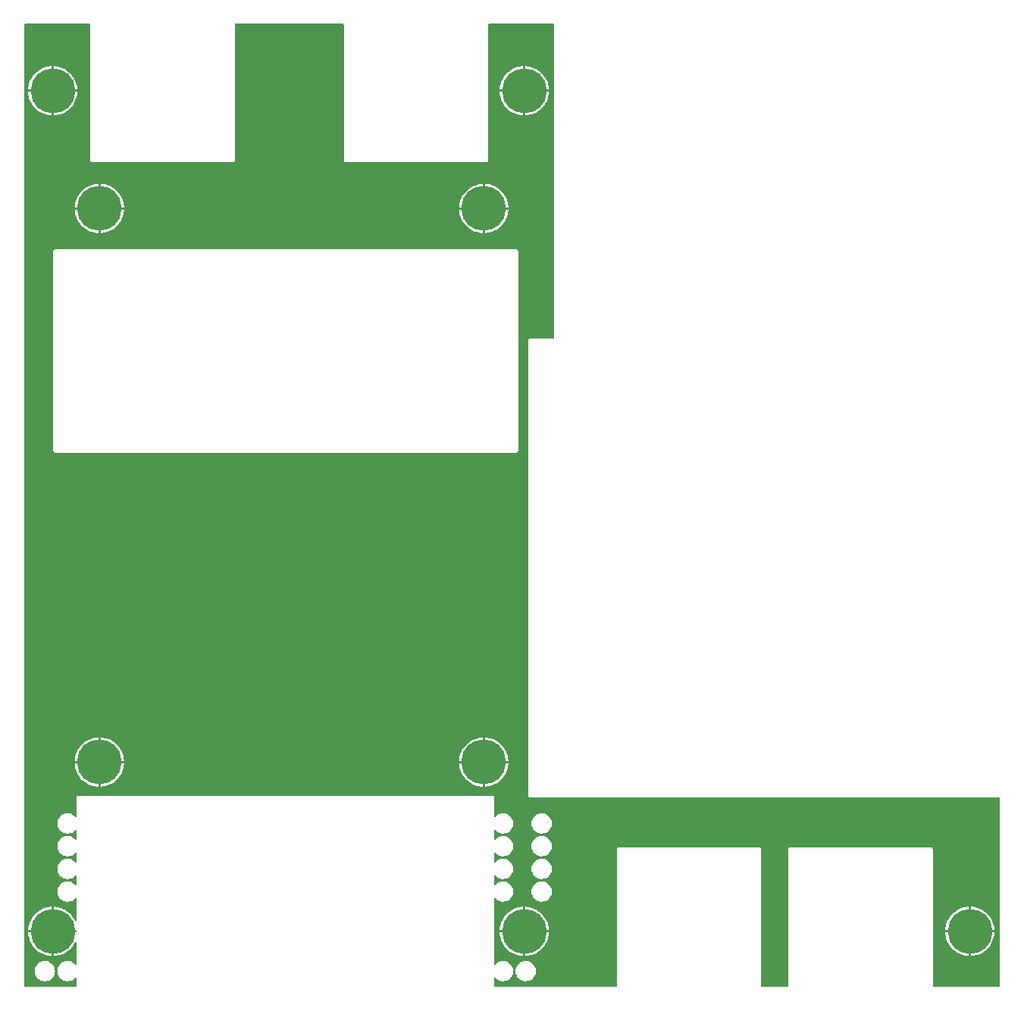
<source format=gtl>
G04 Layer: TopLayer*
G04 EasyEDA v6.5.29, 2023-07-16 15:11:24*
G04 187f5c6779fd422f98db1b48107103c3,5a6b42c53f6a479593ecc07194224c93,10*
G04 Gerber Generator version 0.2*
G04 Scale: 100 percent, Rotated: No, Reflected: No *
G04 Dimensions in millimeters *
G04 leading zeros omitted , absolute positions ,4 integer and 5 decimal *
%FSLAX45Y45*%
%MOMM*%

%ADD10C,5.0000*%

%LPD*%
G36*
X163068Y838708D02*
G01*
X159156Y839469D01*
X155905Y841705D01*
X153670Y844956D01*
X152908Y848868D01*
X152908Y11597132D01*
X153670Y11601043D01*
X155905Y11604294D01*
X159156Y11606530D01*
X163068Y11607292D01*
X878332Y11607292D01*
X882192Y11606530D01*
X885494Y11604294D01*
X887730Y11601043D01*
X888492Y11597132D01*
X888492Y10084358D01*
X889203Y10078008D01*
X891133Y10072573D01*
X894181Y10067645D01*
X898296Y10063581D01*
X903173Y10060482D01*
X908659Y10058603D01*
X914958Y10057892D01*
X2475941Y10057892D01*
X2482240Y10058603D01*
X2487726Y10060482D01*
X2492603Y10063581D01*
X2496718Y10067645D01*
X2499766Y10072573D01*
X2501696Y10078008D01*
X2502408Y10084358D01*
X2502408Y11597132D01*
X2503170Y11601043D01*
X2505405Y11604294D01*
X2508656Y11606530D01*
X2512568Y11607292D01*
X3710432Y11607292D01*
X3714292Y11606530D01*
X3717594Y11604294D01*
X3719829Y11601043D01*
X3720592Y11597132D01*
X3720592Y10084358D01*
X3721303Y10078008D01*
X3723182Y10072573D01*
X3726281Y10067645D01*
X3730396Y10063581D01*
X3735273Y10060482D01*
X3740759Y10058603D01*
X3747058Y10057892D01*
X5308041Y10057892D01*
X5314340Y10058603D01*
X5319826Y10060482D01*
X5324703Y10063581D01*
X5328818Y10067645D01*
X5331866Y10072573D01*
X5333796Y10078008D01*
X5334508Y10084358D01*
X5334508Y11597132D01*
X5335270Y11601043D01*
X5337454Y11604294D01*
X5340756Y11606530D01*
X5344668Y11607292D01*
X6059932Y11607292D01*
X6063843Y11606530D01*
X6067094Y11604294D01*
X6069330Y11601043D01*
X6070092Y11597132D01*
X6070092Y8100568D01*
X6069330Y8096656D01*
X6067094Y8093354D01*
X6063792Y8091170D01*
X6059932Y8090408D01*
X5804509Y8090408D01*
X5798007Y8089595D01*
X5792470Y8087512D01*
X5787339Y8083956D01*
X5784291Y8080908D01*
X5781649Y8077352D01*
X5779160Y8071815D01*
X5777992Y8064347D01*
X5777992Y2985109D01*
X5778804Y2978607D01*
X5780887Y2973070D01*
X5784443Y2967939D01*
X5787440Y2964891D01*
X5791047Y2962249D01*
X5796584Y2959760D01*
X5804052Y2958592D01*
X11038332Y2958592D01*
X11042243Y2957830D01*
X11045494Y2955594D01*
X11047730Y2952343D01*
X11048492Y2948432D01*
X11048492Y848868D01*
X11047730Y844956D01*
X11045494Y841705D01*
X11042243Y839469D01*
X11038332Y838708D01*
X10311282Y838708D01*
X10307370Y839469D01*
X10304068Y841705D01*
X10301884Y844956D01*
X10301122Y848868D01*
X10301122Y2375052D01*
X10300360Y2381351D01*
X10298480Y2386838D01*
X10295382Y2391714D01*
X10291318Y2395829D01*
X10286390Y2398877D01*
X10280954Y2400808D01*
X10274604Y2401519D01*
X8713673Y2401519D01*
X8707323Y2400808D01*
X8701887Y2398877D01*
X8696960Y2395829D01*
X8692896Y2391714D01*
X8689797Y2386838D01*
X8687917Y2381351D01*
X8687206Y2375052D01*
X8687206Y848868D01*
X8686393Y844956D01*
X8684209Y841705D01*
X8680907Y839469D01*
X8677046Y838708D01*
X8393582Y838708D01*
X8389670Y839469D01*
X8386368Y841705D01*
X8384184Y844956D01*
X8383422Y848868D01*
X8383422Y2375052D01*
X8382660Y2381351D01*
X8380780Y2386838D01*
X8377681Y2391714D01*
X8373618Y2395829D01*
X8368690Y2398877D01*
X8363254Y2400808D01*
X8356904Y2401519D01*
X6795973Y2401519D01*
X6789623Y2400808D01*
X6784187Y2398877D01*
X6779259Y2395829D01*
X6775196Y2391714D01*
X6772097Y2386838D01*
X6770217Y2381351D01*
X6769506Y2375052D01*
X6769506Y848868D01*
X6768693Y844956D01*
X6766509Y841705D01*
X6763207Y839469D01*
X6759346Y838708D01*
X5407660Y838708D01*
X5403748Y839469D01*
X5400446Y841705D01*
X5398262Y844956D01*
X5397500Y848868D01*
X5397500Y933145D01*
X5398262Y937056D01*
X5400497Y940409D01*
X5403850Y942594D01*
X5407761Y943305D01*
X5411673Y942492D01*
X5414924Y940257D01*
X5422849Y932078D01*
X5434228Y922985D01*
X5446623Y915466D01*
X5459933Y909574D01*
X5473852Y905459D01*
X5488228Y903122D01*
X5502706Y902665D01*
X5517184Y904087D01*
X5531358Y907287D01*
X5544972Y912317D01*
X5557875Y919022D01*
X5569813Y927353D01*
X5580532Y937107D01*
X5589981Y948182D01*
X5597906Y960374D01*
X5604205Y973429D01*
X5608777Y987247D01*
X5611571Y1001521D01*
X5612485Y1016000D01*
X5611571Y1030478D01*
X5608777Y1044752D01*
X5604205Y1058570D01*
X5597906Y1071626D01*
X5589981Y1083818D01*
X5580532Y1094892D01*
X5569813Y1104646D01*
X5557875Y1112977D01*
X5544972Y1119682D01*
X5531358Y1124712D01*
X5517184Y1127912D01*
X5502706Y1129334D01*
X5488228Y1128877D01*
X5473852Y1126540D01*
X5459933Y1122426D01*
X5446623Y1116533D01*
X5434228Y1109014D01*
X5422849Y1099921D01*
X5414924Y1091742D01*
X5411673Y1089507D01*
X5407761Y1088694D01*
X5403850Y1089406D01*
X5400497Y1091590D01*
X5398262Y1094892D01*
X5397500Y1098854D01*
X5397500Y1822145D01*
X5398262Y1826056D01*
X5400497Y1829409D01*
X5403850Y1831593D01*
X5407761Y1832305D01*
X5411673Y1831492D01*
X5414924Y1829206D01*
X5422849Y1821078D01*
X5434228Y1811985D01*
X5446623Y1804466D01*
X5459933Y1798574D01*
X5473852Y1794459D01*
X5488228Y1792122D01*
X5502706Y1791665D01*
X5517184Y1793036D01*
X5531358Y1796288D01*
X5544972Y1801317D01*
X5557875Y1808022D01*
X5569813Y1816354D01*
X5580532Y1826107D01*
X5589981Y1837182D01*
X5597906Y1849374D01*
X5604205Y1862429D01*
X5608777Y1876247D01*
X5611571Y1890471D01*
X5612485Y1905000D01*
X5611571Y1919478D01*
X5608777Y1933752D01*
X5604205Y1947570D01*
X5597906Y1960625D01*
X5589981Y1972818D01*
X5580532Y1983892D01*
X5569813Y1993646D01*
X5557875Y2001977D01*
X5544972Y2008682D01*
X5531358Y2013712D01*
X5517184Y2016912D01*
X5502706Y2018334D01*
X5488228Y2017877D01*
X5473852Y2015540D01*
X5459933Y2011425D01*
X5446623Y2005533D01*
X5434228Y1998014D01*
X5422849Y1988921D01*
X5414924Y1980742D01*
X5411673Y1978507D01*
X5407761Y1977643D01*
X5403850Y1978406D01*
X5400497Y1980590D01*
X5398262Y1983892D01*
X5397500Y1987804D01*
X5397500Y2076145D01*
X5398262Y2080056D01*
X5400497Y2083409D01*
X5403850Y2085593D01*
X5407761Y2086305D01*
X5411673Y2085492D01*
X5414924Y2083206D01*
X5422849Y2075078D01*
X5434228Y2065985D01*
X5446623Y2058466D01*
X5459933Y2052574D01*
X5473852Y2048459D01*
X5488228Y2046122D01*
X5502706Y2045665D01*
X5517184Y2047036D01*
X5531358Y2050288D01*
X5544972Y2055317D01*
X5557875Y2062022D01*
X5569813Y2070354D01*
X5580532Y2080107D01*
X5589981Y2091182D01*
X5597906Y2103374D01*
X5604205Y2116429D01*
X5608777Y2130247D01*
X5611571Y2144471D01*
X5612485Y2159000D01*
X5611571Y2173478D01*
X5608777Y2187752D01*
X5604205Y2201570D01*
X5597906Y2214626D01*
X5589981Y2226818D01*
X5580532Y2237892D01*
X5569813Y2247646D01*
X5557875Y2255977D01*
X5544972Y2262682D01*
X5531358Y2267712D01*
X5517184Y2270912D01*
X5502706Y2272334D01*
X5488228Y2271877D01*
X5473852Y2269540D01*
X5459933Y2265426D01*
X5446623Y2259533D01*
X5434228Y2252014D01*
X5422849Y2242921D01*
X5414924Y2234742D01*
X5411673Y2232507D01*
X5407761Y2231644D01*
X5403850Y2232406D01*
X5400497Y2234590D01*
X5398262Y2237892D01*
X5397500Y2241804D01*
X5397500Y2330145D01*
X5398262Y2334056D01*
X5400497Y2337409D01*
X5403850Y2339594D01*
X5407761Y2340305D01*
X5411673Y2339492D01*
X5414924Y2337206D01*
X5422849Y2329078D01*
X5434228Y2319985D01*
X5446623Y2312466D01*
X5459933Y2306574D01*
X5473852Y2302459D01*
X5488228Y2300122D01*
X5502706Y2299665D01*
X5517184Y2301036D01*
X5531358Y2304288D01*
X5544972Y2309317D01*
X5557875Y2316022D01*
X5569813Y2324354D01*
X5580532Y2334107D01*
X5589981Y2345182D01*
X5597906Y2357374D01*
X5604205Y2370429D01*
X5608777Y2384247D01*
X5611571Y2398471D01*
X5612485Y2413000D01*
X5611571Y2427478D01*
X5608777Y2441752D01*
X5604205Y2455570D01*
X5597906Y2468626D01*
X5589981Y2480818D01*
X5580532Y2491892D01*
X5569813Y2501646D01*
X5557875Y2509977D01*
X5544972Y2516682D01*
X5531358Y2521712D01*
X5517184Y2524912D01*
X5502706Y2526334D01*
X5488228Y2525877D01*
X5473852Y2523540D01*
X5459933Y2519426D01*
X5446623Y2513533D01*
X5434228Y2506014D01*
X5422849Y2496921D01*
X5414924Y2488742D01*
X5411673Y2486507D01*
X5407761Y2485644D01*
X5403850Y2486406D01*
X5400497Y2488590D01*
X5398262Y2491892D01*
X5397500Y2495804D01*
X5397500Y2584145D01*
X5398262Y2588056D01*
X5400497Y2591409D01*
X5403850Y2593594D01*
X5407761Y2594305D01*
X5411673Y2593492D01*
X5414924Y2591206D01*
X5422849Y2583078D01*
X5434228Y2573985D01*
X5446623Y2566466D01*
X5459933Y2560574D01*
X5473852Y2556459D01*
X5488228Y2554122D01*
X5502706Y2553665D01*
X5517184Y2555036D01*
X5531358Y2558288D01*
X5544972Y2563317D01*
X5557875Y2570022D01*
X5569813Y2578354D01*
X5580532Y2588107D01*
X5589981Y2599182D01*
X5597906Y2611374D01*
X5604205Y2624429D01*
X5608777Y2638247D01*
X5611571Y2652471D01*
X5612485Y2667000D01*
X5611571Y2681478D01*
X5608777Y2695752D01*
X5604205Y2709570D01*
X5597906Y2722626D01*
X5589981Y2734818D01*
X5580532Y2745892D01*
X5569813Y2755646D01*
X5557875Y2763977D01*
X5544972Y2770682D01*
X5531358Y2775712D01*
X5517184Y2778912D01*
X5502706Y2780334D01*
X5488228Y2779877D01*
X5473852Y2777540D01*
X5459933Y2773426D01*
X5446623Y2767533D01*
X5434228Y2760014D01*
X5422849Y2750921D01*
X5414924Y2742742D01*
X5411673Y2740507D01*
X5407761Y2739644D01*
X5403850Y2740406D01*
X5400497Y2742590D01*
X5398262Y2745892D01*
X5397500Y2749804D01*
X5397500Y2970784D01*
X5396484Y2971800D01*
X737616Y2971800D01*
X736600Y2970784D01*
X736600Y2749854D01*
X735787Y2745841D01*
X733450Y2742438D01*
X729945Y2740304D01*
X725881Y2739694D01*
X721918Y2740710D01*
X718718Y2743250D01*
X716483Y2745892D01*
X705713Y2755646D01*
X693775Y2763977D01*
X680923Y2770682D01*
X667258Y2775712D01*
X653084Y2778912D01*
X638657Y2780334D01*
X624128Y2779877D01*
X609803Y2777540D01*
X595833Y2773426D01*
X582574Y2767533D01*
X570128Y2760014D01*
X558800Y2750921D01*
X548690Y2740507D01*
X540004Y2728874D01*
X532841Y2716174D01*
X527405Y2702712D01*
X523697Y2688691D01*
X521868Y2674264D01*
X521868Y2659735D01*
X523697Y2645308D01*
X527405Y2631287D01*
X532841Y2617774D01*
X540004Y2605125D01*
X548690Y2593492D01*
X558800Y2583078D01*
X570128Y2573985D01*
X582574Y2566466D01*
X595833Y2560574D01*
X609803Y2556459D01*
X624128Y2554122D01*
X638657Y2553665D01*
X653084Y2555036D01*
X667258Y2558288D01*
X680923Y2563317D01*
X693775Y2570022D01*
X705713Y2578354D01*
X716483Y2588107D01*
X718718Y2590749D01*
X721918Y2593238D01*
X725881Y2594305D01*
X729945Y2593695D01*
X733450Y2591511D01*
X735787Y2588158D01*
X736600Y2584145D01*
X736600Y2495854D01*
X735787Y2491841D01*
X733450Y2488438D01*
X729945Y2486304D01*
X725881Y2485694D01*
X721918Y2486710D01*
X718718Y2489250D01*
X716483Y2491892D01*
X705713Y2501646D01*
X693775Y2509977D01*
X680923Y2516682D01*
X667258Y2521712D01*
X653084Y2524912D01*
X638657Y2526334D01*
X624128Y2525877D01*
X609803Y2523540D01*
X595833Y2519426D01*
X582574Y2513533D01*
X570128Y2506014D01*
X558800Y2496921D01*
X548690Y2486507D01*
X540004Y2474874D01*
X532841Y2462174D01*
X527405Y2448712D01*
X523697Y2434691D01*
X521868Y2420264D01*
X521868Y2405735D01*
X523697Y2391308D01*
X527405Y2377287D01*
X532841Y2363774D01*
X540004Y2351125D01*
X548690Y2339492D01*
X558800Y2329078D01*
X570128Y2319985D01*
X582574Y2312466D01*
X595833Y2306574D01*
X609803Y2302459D01*
X624128Y2300122D01*
X638657Y2299665D01*
X653084Y2301036D01*
X667258Y2304288D01*
X680923Y2309317D01*
X693775Y2316022D01*
X705713Y2324354D01*
X716483Y2334107D01*
X718718Y2336749D01*
X721918Y2339238D01*
X725881Y2340305D01*
X729945Y2339695D01*
X733450Y2337511D01*
X735787Y2334158D01*
X736600Y2330145D01*
X736600Y2241854D01*
X735787Y2237841D01*
X733450Y2234438D01*
X729945Y2232304D01*
X725881Y2231694D01*
X721918Y2232710D01*
X718718Y2235250D01*
X716483Y2237892D01*
X705713Y2247646D01*
X693775Y2255977D01*
X680923Y2262682D01*
X667258Y2267712D01*
X653084Y2270912D01*
X638657Y2272334D01*
X624128Y2271877D01*
X609803Y2269540D01*
X595833Y2265426D01*
X582574Y2259533D01*
X570128Y2252014D01*
X558800Y2242921D01*
X548690Y2232507D01*
X540004Y2220874D01*
X532841Y2208174D01*
X527405Y2194712D01*
X523697Y2180691D01*
X521868Y2166264D01*
X521868Y2151735D01*
X523697Y2137308D01*
X527405Y2123287D01*
X532841Y2109774D01*
X540004Y2097125D01*
X548690Y2085492D01*
X558800Y2075078D01*
X570128Y2065985D01*
X582574Y2058466D01*
X595833Y2052574D01*
X609803Y2048459D01*
X624128Y2046122D01*
X638657Y2045665D01*
X653084Y2047036D01*
X667258Y2050288D01*
X680923Y2055317D01*
X693775Y2062022D01*
X705713Y2070354D01*
X716483Y2080107D01*
X718718Y2082749D01*
X721918Y2085238D01*
X725881Y2086305D01*
X729945Y2085695D01*
X733450Y2083511D01*
X735787Y2080158D01*
X736600Y2076145D01*
X736600Y1987854D01*
X735787Y1983841D01*
X733450Y1980438D01*
X729945Y1978304D01*
X725881Y1977694D01*
X721918Y1978710D01*
X718718Y1981250D01*
X716483Y1983892D01*
X705713Y1993646D01*
X693775Y2001977D01*
X680923Y2008682D01*
X667258Y2013712D01*
X653084Y2016912D01*
X638657Y2018334D01*
X624128Y2017877D01*
X609803Y2015540D01*
X595833Y2011425D01*
X582574Y2005533D01*
X570128Y1998014D01*
X558800Y1988921D01*
X548690Y1978507D01*
X540004Y1966874D01*
X532841Y1954174D01*
X527405Y1940712D01*
X523697Y1926691D01*
X521868Y1912264D01*
X521868Y1897735D01*
X523697Y1883308D01*
X527405Y1869287D01*
X532841Y1855774D01*
X540004Y1843125D01*
X548690Y1831492D01*
X558800Y1821078D01*
X570128Y1811985D01*
X582574Y1804466D01*
X595833Y1798574D01*
X609803Y1794459D01*
X624128Y1792122D01*
X638657Y1791665D01*
X653084Y1793036D01*
X667258Y1796288D01*
X680923Y1801317D01*
X693775Y1808022D01*
X705713Y1816354D01*
X716483Y1826107D01*
X718718Y1828749D01*
X721918Y1831238D01*
X725881Y1832305D01*
X729945Y1831695D01*
X733450Y1829511D01*
X735787Y1826158D01*
X736600Y1822145D01*
X736600Y1589278D01*
X735584Y1584858D01*
X732790Y1581353D01*
X728776Y1579372D01*
X724255Y1579321D01*
X720191Y1581251D01*
X717346Y1584756D01*
X713028Y1593443D01*
X701040Y1613204D01*
X687476Y1631899D01*
X672388Y1649374D01*
X655878Y1665528D01*
X638048Y1680260D01*
X619099Y1693468D01*
X599084Y1705000D01*
X578154Y1714855D01*
X556514Y1722882D01*
X534263Y1729130D01*
X511556Y1733448D01*
X488594Y1735886D01*
X483971Y1735937D01*
X483971Y1473200D01*
X726440Y1473200D01*
X730300Y1472438D01*
X733602Y1470253D01*
X735838Y1466951D01*
X736600Y1463040D01*
X736600Y1457960D01*
X735838Y1454099D01*
X733602Y1450797D01*
X730300Y1448562D01*
X726440Y1447800D01*
X483971Y1447800D01*
X483971Y1185062D01*
X488594Y1185164D01*
X511556Y1187551D01*
X534263Y1191920D01*
X556514Y1198118D01*
X578154Y1206144D01*
X599084Y1215999D01*
X619099Y1227582D01*
X638048Y1240739D01*
X655878Y1255471D01*
X672388Y1271625D01*
X687476Y1289151D01*
X701040Y1307846D01*
X713028Y1327607D01*
X717346Y1336294D01*
X720191Y1339748D01*
X724255Y1341678D01*
X728776Y1341628D01*
X732790Y1339646D01*
X735584Y1336141D01*
X736600Y1331772D01*
X736600Y1098854D01*
X735787Y1094841D01*
X733450Y1091488D01*
X729945Y1089304D01*
X725881Y1088694D01*
X721918Y1089710D01*
X718718Y1092250D01*
X716483Y1094892D01*
X705713Y1104646D01*
X693775Y1112977D01*
X680923Y1119682D01*
X667258Y1124712D01*
X653084Y1127912D01*
X638657Y1129334D01*
X624128Y1128877D01*
X609803Y1126540D01*
X595833Y1122426D01*
X582574Y1116533D01*
X570128Y1109014D01*
X558800Y1099921D01*
X548690Y1089507D01*
X540004Y1077874D01*
X532841Y1065174D01*
X527405Y1051712D01*
X523697Y1037691D01*
X521868Y1023264D01*
X521868Y1008735D01*
X523697Y994308D01*
X527405Y980287D01*
X532841Y966825D01*
X540004Y954125D01*
X548690Y942492D01*
X558800Y932078D01*
X570128Y922985D01*
X582574Y915466D01*
X595833Y909574D01*
X609803Y905459D01*
X624128Y903122D01*
X638657Y902665D01*
X653084Y904087D01*
X667258Y907287D01*
X680923Y912317D01*
X693775Y919022D01*
X705713Y927353D01*
X716483Y937107D01*
X718718Y939749D01*
X721918Y942238D01*
X725881Y943305D01*
X729945Y942695D01*
X733450Y940511D01*
X735787Y937158D01*
X736600Y933145D01*
X736600Y848868D01*
X735838Y844956D01*
X733602Y841705D01*
X730300Y839469D01*
X726440Y838708D01*
G37*

%LPC*%
G36*
X194360Y10871200D02*
G01*
X457200Y10871200D01*
X457200Y11133886D01*
X441045Y11132870D01*
X418185Y11129518D01*
X395681Y11124234D01*
X373735Y11117072D01*
X352450Y11108131D01*
X331927Y11097412D01*
X312420Y11085068D01*
X294030Y11071098D01*
X276860Y11055604D01*
X261061Y11038789D01*
X246684Y11020653D01*
X233883Y11001400D01*
X222758Y10981182D01*
X213360Y10960049D01*
X205790Y10938256D01*
X200050Y10915853D01*
X196189Y10893094D01*
G37*
G36*
X5461609Y10871200D02*
G01*
X5724499Y10871200D01*
X5724499Y11133886D01*
X5708345Y11132870D01*
X5685485Y11129518D01*
X5662980Y11124234D01*
X5641035Y11117072D01*
X5619699Y11108131D01*
X5599226Y11097412D01*
X5579719Y11085068D01*
X5561330Y11071098D01*
X5544159Y11055604D01*
X5528360Y11038789D01*
X5513984Y11020653D01*
X5501182Y11001400D01*
X5490057Y10981182D01*
X5480659Y10960049D01*
X5473090Y10938256D01*
X5467350Y10915853D01*
X5463489Y10893094D01*
G37*
G36*
X5749899Y10871200D02*
G01*
X6012535Y10871200D01*
X6012129Y10881563D01*
X6009233Y10904524D01*
X6004407Y10927130D01*
X5997752Y10949228D01*
X5989218Y10970717D01*
X5978956Y10991392D01*
X5967018Y11011204D01*
X5953404Y11029848D01*
X5938316Y11047374D01*
X5921806Y11063528D01*
X5904026Y11078260D01*
X5885027Y11091468D01*
X5865012Y11103000D01*
X5844133Y11112855D01*
X5822442Y11120882D01*
X5800191Y11127130D01*
X5777484Y11131448D01*
X5754522Y11133836D01*
X5749899Y11133937D01*
G37*
G36*
X384657Y902665D02*
G01*
X399084Y904087D01*
X413258Y907287D01*
X426923Y912317D01*
X439775Y919022D01*
X451713Y927353D01*
X462483Y937107D01*
X471881Y948182D01*
X479806Y960374D01*
X486105Y973429D01*
X490677Y987247D01*
X493471Y1001521D01*
X494385Y1016000D01*
X493471Y1030478D01*
X490677Y1044752D01*
X486105Y1058570D01*
X479806Y1071626D01*
X471881Y1083818D01*
X462483Y1094892D01*
X451713Y1104646D01*
X439775Y1112977D01*
X426923Y1119682D01*
X413258Y1124712D01*
X399084Y1127912D01*
X384657Y1129334D01*
X370128Y1128877D01*
X355803Y1126540D01*
X341833Y1122426D01*
X328574Y1116533D01*
X316128Y1109014D01*
X304800Y1099921D01*
X294690Y1089507D01*
X286004Y1077874D01*
X278841Y1065174D01*
X273405Y1051712D01*
X269697Y1037691D01*
X267868Y1023264D01*
X267868Y1008735D01*
X269697Y994308D01*
X273405Y980287D01*
X278841Y966825D01*
X286004Y954125D01*
X294690Y942492D01*
X304800Y932078D01*
X316128Y922985D01*
X328574Y915466D01*
X341833Y909574D01*
X355803Y905459D01*
X370128Y903122D01*
G37*
G36*
X5756706Y902665D02*
G01*
X5771184Y904087D01*
X5785358Y907287D01*
X5798972Y912317D01*
X5811875Y919022D01*
X5823813Y927353D01*
X5834532Y937107D01*
X5843981Y948182D01*
X5851906Y960374D01*
X5858205Y973429D01*
X5862777Y987247D01*
X5865571Y1001521D01*
X5866485Y1016000D01*
X5865571Y1030478D01*
X5862777Y1044752D01*
X5858205Y1058570D01*
X5851906Y1071626D01*
X5843981Y1083818D01*
X5834532Y1094892D01*
X5823813Y1104646D01*
X5811875Y1112977D01*
X5798972Y1119682D01*
X5785358Y1124712D01*
X5771184Y1127912D01*
X5756706Y1129334D01*
X5742228Y1128877D01*
X5727852Y1126540D01*
X5713933Y1122426D01*
X5700623Y1116533D01*
X5688228Y1109014D01*
X5676849Y1099921D01*
X5666740Y1089507D01*
X5658053Y1077874D01*
X5650941Y1065174D01*
X5645505Y1051712D01*
X5641797Y1037691D01*
X5639917Y1023264D01*
X5639917Y1008735D01*
X5641797Y994308D01*
X5645505Y980287D01*
X5650941Y966825D01*
X5658053Y954125D01*
X5666740Y942492D01*
X5676849Y932078D01*
X5688228Y922985D01*
X5700623Y915466D01*
X5713933Y909574D01*
X5727852Y905459D01*
X5742228Y903122D01*
G37*
G36*
X482600Y10871200D02*
G01*
X745286Y10871200D01*
X744829Y10881563D01*
X741934Y10904524D01*
X737108Y10927130D01*
X730453Y10949228D01*
X721969Y10970717D01*
X711657Y10991392D01*
X699719Y11011204D01*
X686104Y11029848D01*
X671017Y11047374D01*
X654507Y11063528D01*
X636727Y11078260D01*
X617728Y11091468D01*
X597712Y11103000D01*
X576834Y11112855D01*
X555142Y11120882D01*
X532892Y11127130D01*
X510184Y11131448D01*
X487222Y11133836D01*
X482600Y11133937D01*
G37*
G36*
X457200Y10583113D02*
G01*
X457200Y10845800D01*
X194360Y10845800D01*
X196189Y10823905D01*
X200050Y10801146D01*
X205790Y10778744D01*
X213360Y10756950D01*
X222758Y10735818D01*
X233883Y10715599D01*
X246684Y10696346D01*
X261061Y10678210D01*
X276860Y10661396D01*
X294030Y10645902D01*
X312420Y10631932D01*
X331927Y10619587D01*
X352450Y10608868D01*
X373735Y10599928D01*
X395681Y10592765D01*
X418185Y10587482D01*
X441045Y10584129D01*
G37*
G36*
X5724499Y10583113D02*
G01*
X5724499Y10845800D01*
X5461609Y10845800D01*
X5463489Y10823905D01*
X5467350Y10801146D01*
X5473090Y10778744D01*
X5480659Y10756950D01*
X5490057Y10735818D01*
X5501182Y10715599D01*
X5513984Y10696346D01*
X5528360Y10678210D01*
X5544159Y10661396D01*
X5561330Y10645902D01*
X5579719Y10631932D01*
X5599226Y10619587D01*
X5619699Y10608868D01*
X5641035Y10599928D01*
X5662980Y10592765D01*
X5685485Y10587482D01*
X5708345Y10584129D01*
G37*
G36*
X482600Y10583062D02*
G01*
X487222Y10583164D01*
X510184Y10585551D01*
X532892Y10589869D01*
X555142Y10596118D01*
X576834Y10604144D01*
X597712Y10613999D01*
X617728Y10625531D01*
X636727Y10638739D01*
X654507Y10653471D01*
X671017Y10669625D01*
X686104Y10687100D01*
X699719Y10705795D01*
X711657Y10725607D01*
X721969Y10746282D01*
X730453Y10767771D01*
X737108Y10789869D01*
X741934Y10812475D01*
X744829Y10835436D01*
X745286Y10845800D01*
X482600Y10845800D01*
G37*
G36*
X5749899Y1185062D02*
G01*
X5754522Y1185164D01*
X5777484Y1187551D01*
X5800191Y1191920D01*
X5822442Y1198118D01*
X5844133Y1206144D01*
X5865012Y1215999D01*
X5885027Y1227582D01*
X5904026Y1240739D01*
X5921806Y1255471D01*
X5938316Y1271625D01*
X5953404Y1289151D01*
X5967018Y1307846D01*
X5978956Y1327607D01*
X5989218Y1348282D01*
X5997752Y1369771D01*
X6004407Y1391920D01*
X6009233Y1414475D01*
X6012129Y1437436D01*
X6012535Y1447800D01*
X5749899Y1447800D01*
G37*
G36*
X5749899Y10583062D02*
G01*
X5754522Y10583164D01*
X5777484Y10585551D01*
X5800191Y10589869D01*
X5822442Y10596118D01*
X5844133Y10604144D01*
X5865012Y10613999D01*
X5885027Y10625531D01*
X5904026Y10638739D01*
X5921806Y10653471D01*
X5938316Y10669625D01*
X5953404Y10687100D01*
X5967018Y10705795D01*
X5978956Y10725607D01*
X5989218Y10746282D01*
X5997752Y10767771D01*
X6004407Y10789869D01*
X6009233Y10812475D01*
X6012129Y10835436D01*
X6012535Y10845800D01*
X5749899Y10845800D01*
G37*
G36*
X5724499Y1185113D02*
G01*
X5724499Y1447800D01*
X5461609Y1447800D01*
X5463489Y1425956D01*
X5467350Y1403146D01*
X5473090Y1380744D01*
X5480659Y1358950D01*
X5490057Y1337818D01*
X5501182Y1317599D01*
X5513984Y1298346D01*
X5528360Y1280210D01*
X5544159Y1263396D01*
X5561330Y1247902D01*
X5579719Y1233932D01*
X5599226Y1221587D01*
X5619699Y1210868D01*
X5641035Y1201928D01*
X5662980Y1194765D01*
X5685485Y1189482D01*
X5708345Y1186129D01*
G37*
G36*
X458571Y1185113D02*
G01*
X458571Y1447800D01*
X195681Y1447800D01*
X197561Y1425956D01*
X201371Y1403146D01*
X207111Y1380744D01*
X214731Y1358950D01*
X224129Y1337818D01*
X235254Y1317599D01*
X248056Y1298346D01*
X262382Y1280210D01*
X278231Y1263396D01*
X295402Y1247902D01*
X313791Y1233932D01*
X333298Y1221587D01*
X353771Y1210868D01*
X375107Y1201928D01*
X397052Y1194765D01*
X419557Y1189482D01*
X442417Y1186129D01*
G37*
G36*
X10727588Y1185773D02*
G01*
X10732211Y1185875D01*
X10755172Y1188262D01*
X10777880Y1192580D01*
X10800130Y1198829D01*
X10821822Y1206855D01*
X10842701Y1216710D01*
X10862716Y1228242D01*
X10881715Y1241450D01*
X10899495Y1256182D01*
X10916005Y1272336D01*
X10931093Y1289862D01*
X10944707Y1308557D01*
X10956645Y1328318D01*
X10966958Y1348994D01*
X10975441Y1370482D01*
X10982147Y1392580D01*
X10986922Y1415186D01*
X10989818Y1438148D01*
X10990275Y1448511D01*
X10727588Y1448511D01*
G37*
G36*
X10702188Y1185824D02*
G01*
X10702188Y1448511D01*
X10439349Y1448511D01*
X10441178Y1426616D01*
X10445038Y1403858D01*
X10450779Y1381455D01*
X10458348Y1359662D01*
X10467746Y1338529D01*
X10478922Y1318310D01*
X10491673Y1299057D01*
X10506049Y1280922D01*
X10521848Y1264107D01*
X10539018Y1248613D01*
X10557459Y1234643D01*
X10576966Y1222298D01*
X10597438Y1211580D01*
X10618724Y1202639D01*
X10640720Y1195476D01*
X10663174Y1190193D01*
X10686034Y1186840D01*
G37*
G36*
X5749899Y1473200D02*
G01*
X6012535Y1473200D01*
X6012129Y1483614D01*
X6009233Y1506524D01*
X6004407Y1529130D01*
X5997752Y1551228D01*
X5989218Y1572717D01*
X5978956Y1593443D01*
X5967018Y1613204D01*
X5953404Y1631899D01*
X5938316Y1649374D01*
X5921806Y1665528D01*
X5904026Y1680260D01*
X5885027Y1693468D01*
X5865012Y1705000D01*
X5844133Y1714855D01*
X5822442Y1722882D01*
X5800191Y1729130D01*
X5777484Y1733448D01*
X5754522Y1735886D01*
X5749899Y1735937D01*
G37*
G36*
X5461609Y1473200D02*
G01*
X5724499Y1473200D01*
X5724499Y1735937D01*
X5708345Y1734921D01*
X5685485Y1731518D01*
X5662980Y1726234D01*
X5641035Y1719122D01*
X5619699Y1710131D01*
X5599226Y1699463D01*
X5579719Y1687068D01*
X5561330Y1673098D01*
X5544159Y1657654D01*
X5528360Y1640789D01*
X5513984Y1622704D01*
X5501182Y1603451D01*
X5490057Y1583182D01*
X5480659Y1562100D01*
X5473090Y1540256D01*
X5467350Y1517853D01*
X5463489Y1495094D01*
G37*
G36*
X195681Y1473200D02*
G01*
X458571Y1473200D01*
X458571Y1735937D01*
X442417Y1734921D01*
X419557Y1731518D01*
X397052Y1726234D01*
X375107Y1719122D01*
X353771Y1710131D01*
X333298Y1699463D01*
X313791Y1687068D01*
X295402Y1673098D01*
X278231Y1657654D01*
X262382Y1640789D01*
X248056Y1622704D01*
X235254Y1603451D01*
X224129Y1583182D01*
X214731Y1562100D01*
X207111Y1540256D01*
X201371Y1517853D01*
X197561Y1495094D01*
G37*
G36*
X10727588Y1473911D02*
G01*
X10990275Y1473911D01*
X10989818Y1484325D01*
X10986922Y1507236D01*
X10982147Y1529842D01*
X10975441Y1551940D01*
X10966958Y1573428D01*
X10956645Y1594104D01*
X10944707Y1613916D01*
X10931093Y1632610D01*
X10916005Y1650085D01*
X10899495Y1666239D01*
X10881715Y1680972D01*
X10862716Y1694180D01*
X10842701Y1705711D01*
X10821822Y1715566D01*
X10800130Y1723593D01*
X10777880Y1729841D01*
X10755172Y1734159D01*
X10732211Y1736547D01*
X10727588Y1736648D01*
G37*
G36*
X10439349Y1473911D02*
G01*
X10702188Y1473911D01*
X10702188Y1736598D01*
X10686034Y1735582D01*
X10663174Y1732229D01*
X10640720Y1726946D01*
X10618724Y1719783D01*
X10597438Y1710842D01*
X10576966Y1700123D01*
X10557459Y1687779D01*
X10539018Y1673809D01*
X10521848Y1658315D01*
X10506049Y1641500D01*
X10491673Y1623364D01*
X10478922Y1604111D01*
X10467746Y1583893D01*
X10458348Y1562760D01*
X10450779Y1540967D01*
X10445038Y1518564D01*
X10441178Y1495806D01*
G37*
G36*
X715060Y9555988D02*
G01*
X977900Y9555988D01*
X977900Y9818725D01*
X961745Y9817709D01*
X938885Y9814306D01*
X916381Y9809022D01*
X894435Y9801910D01*
X873150Y9792970D01*
X852627Y9782251D01*
X833119Y9769856D01*
X814730Y9755886D01*
X797560Y9740442D01*
X781761Y9723577D01*
X767384Y9705492D01*
X754583Y9686239D01*
X743458Y9665970D01*
X734060Y9644888D01*
X726490Y9623044D01*
X720750Y9600692D01*
X716889Y9577882D01*
G37*
G36*
X5934506Y1791665D02*
G01*
X5948984Y1793036D01*
X5963158Y1796288D01*
X5976772Y1801317D01*
X5989675Y1808022D01*
X6001613Y1816354D01*
X6012332Y1826107D01*
X6021781Y1837182D01*
X6029706Y1849374D01*
X6036005Y1862429D01*
X6040577Y1876247D01*
X6043371Y1890471D01*
X6044285Y1905000D01*
X6043371Y1919478D01*
X6040577Y1933752D01*
X6036005Y1947570D01*
X6029706Y1960625D01*
X6021781Y1972818D01*
X6012332Y1983892D01*
X6001613Y1993646D01*
X5989675Y2001977D01*
X5976772Y2008682D01*
X5963158Y2013712D01*
X5948984Y2016912D01*
X5934506Y2018334D01*
X5920028Y2017877D01*
X5905652Y2015540D01*
X5891733Y2011425D01*
X5878423Y2005533D01*
X5866028Y1998014D01*
X5854649Y1988921D01*
X5844540Y1978507D01*
X5835853Y1966874D01*
X5828741Y1954174D01*
X5823305Y1940712D01*
X5819597Y1926691D01*
X5817717Y1912264D01*
X5817717Y1897735D01*
X5819597Y1883308D01*
X5823305Y1869287D01*
X5828741Y1855774D01*
X5835853Y1843125D01*
X5844540Y1831492D01*
X5854649Y1821078D01*
X5866028Y1811985D01*
X5878423Y1804466D01*
X5891733Y1798574D01*
X5905652Y1794459D01*
X5920028Y1792122D01*
G37*
G36*
X5009642Y9555988D02*
G01*
X5272481Y9555988D01*
X5272481Y9818725D01*
X5256377Y9817709D01*
X5233517Y9814306D01*
X5211013Y9809022D01*
X5189016Y9801910D01*
X5167731Y9792970D01*
X5147259Y9782251D01*
X5127752Y9769856D01*
X5109362Y9755886D01*
X5092192Y9740442D01*
X5076342Y9723577D01*
X5062016Y9705492D01*
X5049215Y9686239D01*
X5038090Y9665970D01*
X5028692Y9644888D01*
X5021072Y9623044D01*
X5015331Y9600692D01*
X5011470Y9577882D01*
G37*
G36*
X5297881Y9555988D02*
G01*
X5560568Y9555988D01*
X5560110Y9566402D01*
X5557215Y9589312D01*
X5552440Y9611918D01*
X5545734Y9634016D01*
X5537250Y9655505D01*
X5526989Y9676231D01*
X5515000Y9695992D01*
X5501436Y9714687D01*
X5486349Y9732162D01*
X5469839Y9748316D01*
X5452008Y9763048D01*
X5433060Y9776256D01*
X5413044Y9787788D01*
X5392115Y9797643D01*
X5370474Y9805720D01*
X5348224Y9811918D01*
X5325516Y9816236D01*
X5302504Y9818674D01*
X5297881Y9818776D01*
G37*
G36*
X1003300Y9555988D02*
G01*
X1265986Y9555988D01*
X1265529Y9566402D01*
X1262634Y9589312D01*
X1257808Y9611918D01*
X1251153Y9634016D01*
X1242669Y9655505D01*
X1232357Y9676231D01*
X1220419Y9695992D01*
X1206804Y9714687D01*
X1191717Y9732162D01*
X1175207Y9748316D01*
X1157427Y9763048D01*
X1138428Y9776256D01*
X1118412Y9787788D01*
X1097534Y9797643D01*
X1075842Y9805720D01*
X1053592Y9811918D01*
X1030884Y9816236D01*
X1007922Y9818674D01*
X1003300Y9818776D01*
G37*
G36*
X977900Y9267901D02*
G01*
X977900Y9530588D01*
X715060Y9530588D01*
X716889Y9508744D01*
X720750Y9485934D01*
X726490Y9463582D01*
X734060Y9441738D01*
X743458Y9420656D01*
X754583Y9400387D01*
X767384Y9381134D01*
X781761Y9363049D01*
X797560Y9346184D01*
X814730Y9330740D01*
X833119Y9316770D01*
X852627Y9304375D01*
X873150Y9293656D01*
X894435Y9284716D01*
X916381Y9277553D01*
X938885Y9272270D01*
X961745Y9268917D01*
G37*
G36*
X5934506Y2045665D02*
G01*
X5948984Y2047036D01*
X5963158Y2050288D01*
X5976772Y2055317D01*
X5989675Y2062022D01*
X6001613Y2070354D01*
X6012332Y2080107D01*
X6021781Y2091182D01*
X6029706Y2103374D01*
X6036005Y2116429D01*
X6040577Y2130247D01*
X6043371Y2144471D01*
X6044285Y2159000D01*
X6043371Y2173478D01*
X6040577Y2187752D01*
X6036005Y2201570D01*
X6029706Y2214626D01*
X6021781Y2226818D01*
X6012332Y2237892D01*
X6001613Y2247646D01*
X5989675Y2255977D01*
X5976772Y2262682D01*
X5963158Y2267712D01*
X5948984Y2270912D01*
X5934506Y2272334D01*
X5920028Y2271877D01*
X5905652Y2269540D01*
X5891733Y2265426D01*
X5878423Y2259533D01*
X5866028Y2252014D01*
X5854649Y2242921D01*
X5844540Y2232507D01*
X5835853Y2220874D01*
X5828741Y2208174D01*
X5823305Y2194712D01*
X5819597Y2180691D01*
X5817717Y2166264D01*
X5817717Y2151735D01*
X5819597Y2137308D01*
X5823305Y2123287D01*
X5828741Y2109774D01*
X5835853Y2097125D01*
X5844540Y2085492D01*
X5854649Y2075078D01*
X5866028Y2065985D01*
X5878423Y2058466D01*
X5891733Y2052574D01*
X5905652Y2048459D01*
X5920028Y2046122D01*
G37*
G36*
X5272481Y9267901D02*
G01*
X5272481Y9530588D01*
X5009642Y9530588D01*
X5011470Y9508744D01*
X5015331Y9485934D01*
X5021072Y9463582D01*
X5028692Y9441738D01*
X5038090Y9420656D01*
X5049215Y9400387D01*
X5062016Y9381134D01*
X5076342Y9363049D01*
X5092192Y9346184D01*
X5109362Y9330740D01*
X5127752Y9316770D01*
X5147259Y9304375D01*
X5167731Y9293656D01*
X5189016Y9284716D01*
X5211013Y9277553D01*
X5233517Y9272270D01*
X5256377Y9268917D01*
G37*
G36*
X1003300Y9267850D02*
G01*
X1007922Y9267952D01*
X1030884Y9270390D01*
X1053592Y9274708D01*
X1075842Y9280906D01*
X1097534Y9288983D01*
X1118412Y9298787D01*
X1138428Y9310370D01*
X1157427Y9323527D01*
X1175207Y9338259D01*
X1191717Y9354464D01*
X1206804Y9371939D01*
X1220419Y9390634D01*
X1232357Y9410395D01*
X1242669Y9431070D01*
X1251153Y9452559D01*
X1257808Y9474708D01*
X1262634Y9497314D01*
X1265529Y9520224D01*
X1265986Y9530588D01*
X1003300Y9530588D01*
G37*
G36*
X5297881Y9267850D02*
G01*
X5302504Y9267952D01*
X5325516Y9270390D01*
X5348224Y9274708D01*
X5370474Y9280906D01*
X5392115Y9288983D01*
X5413044Y9298787D01*
X5433060Y9310370D01*
X5452008Y9323527D01*
X5469839Y9338259D01*
X5486349Y9354464D01*
X5501436Y9371939D01*
X5515000Y9390634D01*
X5526989Y9410395D01*
X5537250Y9431070D01*
X5545734Y9452559D01*
X5552440Y9474708D01*
X5557215Y9497314D01*
X5560110Y9520224D01*
X5560568Y9530588D01*
X5297881Y9530588D01*
G37*
G36*
X499465Y6812280D02*
G01*
X5641848Y6812280D01*
X5648147Y6812991D01*
X5653633Y6814921D01*
X5658510Y6818020D01*
X5662625Y6822084D01*
X5665673Y6827012D01*
X5667603Y6832447D01*
X5668314Y6838797D01*
X5668314Y9060129D01*
X5667603Y9066479D01*
X5665673Y9071914D01*
X5662625Y9076842D01*
X5658510Y9080906D01*
X5653633Y9084005D01*
X5648147Y9085884D01*
X5641848Y9086596D01*
X499465Y9086596D01*
X493166Y9085884D01*
X487680Y9084005D01*
X482803Y9080906D01*
X478688Y9076842D01*
X475640Y9071914D01*
X473709Y9066479D01*
X472998Y9060129D01*
X472998Y6838797D01*
X473709Y6832447D01*
X475640Y6827012D01*
X478688Y6822084D01*
X482803Y6818020D01*
X487680Y6814921D01*
X493166Y6812991D01*
G37*
G36*
X5934506Y2299665D02*
G01*
X5948984Y2301036D01*
X5963158Y2304288D01*
X5976772Y2309317D01*
X5989675Y2316022D01*
X6001613Y2324354D01*
X6012332Y2334107D01*
X6021781Y2345182D01*
X6029706Y2357374D01*
X6036005Y2370429D01*
X6040577Y2384247D01*
X6043371Y2398471D01*
X6044285Y2413000D01*
X6043371Y2427478D01*
X6040577Y2441752D01*
X6036005Y2455570D01*
X6029706Y2468626D01*
X6021781Y2480818D01*
X6012332Y2491892D01*
X6001613Y2501646D01*
X5989675Y2509977D01*
X5976772Y2516682D01*
X5963158Y2521712D01*
X5948984Y2524912D01*
X5934506Y2526334D01*
X5920028Y2525877D01*
X5905652Y2523540D01*
X5891733Y2519426D01*
X5878423Y2513533D01*
X5866028Y2506014D01*
X5854649Y2496921D01*
X5844540Y2486507D01*
X5835853Y2474874D01*
X5828741Y2462174D01*
X5823305Y2448712D01*
X5819597Y2434691D01*
X5817717Y2420264D01*
X5817717Y2405735D01*
X5819597Y2391308D01*
X5823305Y2377287D01*
X5828741Y2363774D01*
X5835853Y2351125D01*
X5844540Y2339492D01*
X5854649Y2329078D01*
X5866028Y2319985D01*
X5878423Y2312466D01*
X5891733Y2306574D01*
X5905652Y2302459D01*
X5920028Y2300122D01*
G37*
G36*
X715060Y3365500D02*
G01*
X977900Y3365500D01*
X977900Y3628186D01*
X961745Y3627170D01*
X938885Y3623818D01*
X916381Y3618534D01*
X894435Y3611372D01*
X873150Y3602431D01*
X852627Y3591712D01*
X833119Y3579368D01*
X814730Y3565398D01*
X797560Y3549904D01*
X781761Y3533089D01*
X767384Y3514953D01*
X754583Y3495700D01*
X743458Y3475482D01*
X734060Y3454349D01*
X726490Y3432556D01*
X720750Y3410153D01*
X716889Y3387394D01*
G37*
G36*
X5009642Y3365500D02*
G01*
X5272481Y3365500D01*
X5272481Y3628186D01*
X5256377Y3627170D01*
X5233517Y3623818D01*
X5211013Y3618534D01*
X5189016Y3611372D01*
X5167731Y3602431D01*
X5147259Y3591712D01*
X5127752Y3579368D01*
X5109362Y3565398D01*
X5092192Y3549904D01*
X5076342Y3533089D01*
X5062016Y3514953D01*
X5049215Y3495700D01*
X5038090Y3475482D01*
X5028692Y3454349D01*
X5021072Y3432556D01*
X5015331Y3410153D01*
X5011470Y3387394D01*
G37*
G36*
X1003300Y3365500D02*
G01*
X1265986Y3365500D01*
X1265529Y3375863D01*
X1262634Y3398824D01*
X1257808Y3421430D01*
X1251153Y3443528D01*
X1242669Y3465017D01*
X1232357Y3485692D01*
X1220419Y3505504D01*
X1206804Y3524148D01*
X1191717Y3541674D01*
X1175207Y3557828D01*
X1157427Y3572560D01*
X1138428Y3585768D01*
X1118412Y3597300D01*
X1097534Y3607155D01*
X1075842Y3615182D01*
X1053592Y3621430D01*
X1030884Y3625748D01*
X1007922Y3628136D01*
X1003300Y3628237D01*
G37*
G36*
X5297881Y3365500D02*
G01*
X5560568Y3365500D01*
X5560110Y3375863D01*
X5557215Y3398824D01*
X5552440Y3421430D01*
X5545734Y3443528D01*
X5537250Y3465017D01*
X5526989Y3485692D01*
X5515000Y3505504D01*
X5501436Y3524148D01*
X5486349Y3541674D01*
X5469839Y3557828D01*
X5452008Y3572560D01*
X5433060Y3585768D01*
X5413044Y3597300D01*
X5392115Y3607155D01*
X5370474Y3615182D01*
X5348224Y3621430D01*
X5325516Y3625748D01*
X5302504Y3628136D01*
X5297881Y3628237D01*
G37*
G36*
X5934506Y2553665D02*
G01*
X5948984Y2555036D01*
X5963158Y2558288D01*
X5976772Y2563317D01*
X5989675Y2570022D01*
X6001613Y2578354D01*
X6012332Y2588107D01*
X6021781Y2599182D01*
X6029706Y2611374D01*
X6036005Y2624429D01*
X6040577Y2638247D01*
X6043371Y2652471D01*
X6044285Y2667000D01*
X6043371Y2681478D01*
X6040577Y2695752D01*
X6036005Y2709570D01*
X6029706Y2722626D01*
X6021781Y2734818D01*
X6012332Y2745892D01*
X6001613Y2755646D01*
X5989675Y2763977D01*
X5976772Y2770682D01*
X5963158Y2775712D01*
X5948984Y2778912D01*
X5934506Y2780334D01*
X5920028Y2779877D01*
X5905652Y2777540D01*
X5891733Y2773426D01*
X5878423Y2767533D01*
X5866028Y2760014D01*
X5854649Y2750921D01*
X5844540Y2740507D01*
X5835853Y2728874D01*
X5828741Y2716174D01*
X5823305Y2702712D01*
X5819597Y2688691D01*
X5817717Y2674264D01*
X5817717Y2659735D01*
X5819597Y2645308D01*
X5823305Y2631287D01*
X5828741Y2617774D01*
X5835853Y2605125D01*
X5844540Y2593492D01*
X5854649Y2583078D01*
X5866028Y2573985D01*
X5878423Y2566466D01*
X5891733Y2560574D01*
X5905652Y2556459D01*
X5920028Y2554122D01*
G37*
G36*
X977900Y3077413D02*
G01*
X977900Y3340100D01*
X715060Y3340100D01*
X716889Y3318205D01*
X720750Y3295446D01*
X726490Y3273044D01*
X734060Y3251250D01*
X743458Y3230118D01*
X754583Y3209899D01*
X767384Y3190646D01*
X781761Y3172510D01*
X797560Y3155696D01*
X814730Y3140202D01*
X833119Y3126232D01*
X852627Y3113887D01*
X873150Y3103168D01*
X894435Y3094228D01*
X916381Y3087065D01*
X938885Y3081782D01*
X961745Y3078429D01*
G37*
G36*
X5272481Y3077413D02*
G01*
X5272481Y3340100D01*
X5009642Y3340100D01*
X5011470Y3318205D01*
X5015331Y3295446D01*
X5021072Y3273044D01*
X5028692Y3251250D01*
X5038090Y3230118D01*
X5049215Y3209899D01*
X5062016Y3190646D01*
X5076342Y3172510D01*
X5092192Y3155696D01*
X5109362Y3140202D01*
X5127752Y3126232D01*
X5147259Y3113887D01*
X5167731Y3103168D01*
X5189016Y3094228D01*
X5211013Y3087065D01*
X5233517Y3081782D01*
X5256377Y3078429D01*
G37*
G36*
X1003300Y3077362D02*
G01*
X1007922Y3077464D01*
X1030884Y3079851D01*
X1053592Y3084169D01*
X1075842Y3090418D01*
X1097534Y3098444D01*
X1118412Y3108299D01*
X1138428Y3119831D01*
X1157427Y3133039D01*
X1175207Y3147771D01*
X1191717Y3163925D01*
X1206804Y3181400D01*
X1220419Y3200095D01*
X1232357Y3219907D01*
X1242669Y3240582D01*
X1251153Y3262071D01*
X1257808Y3284169D01*
X1262634Y3306775D01*
X1265529Y3329736D01*
X1265986Y3340100D01*
X1003300Y3340100D01*
G37*
G36*
X5297881Y3077362D02*
G01*
X5302504Y3077464D01*
X5325516Y3079851D01*
X5348224Y3084169D01*
X5370474Y3090418D01*
X5392115Y3098444D01*
X5413044Y3108299D01*
X5433060Y3119831D01*
X5452008Y3133039D01*
X5469839Y3147771D01*
X5486349Y3163925D01*
X5501436Y3181400D01*
X5515000Y3200095D01*
X5526989Y3219907D01*
X5537250Y3240582D01*
X5545734Y3262071D01*
X5552440Y3284169D01*
X5557215Y3306775D01*
X5560110Y3329736D01*
X5560568Y3340100D01*
X5297881Y3340100D01*
G37*

%LPD*%
D10*
G01*
X469900Y10858500D03*
G01*
X5737199Y10858500D03*
G01*
X471271Y1460500D03*
G01*
X5737199Y1460500D03*
G01*
X5285206Y9543313D03*
G01*
X990600Y9543313D03*
G01*
X5285206Y3352800D03*
G01*
X990600Y3352800D03*
G01*
X10714888Y1461211D03*
M02*

</source>
